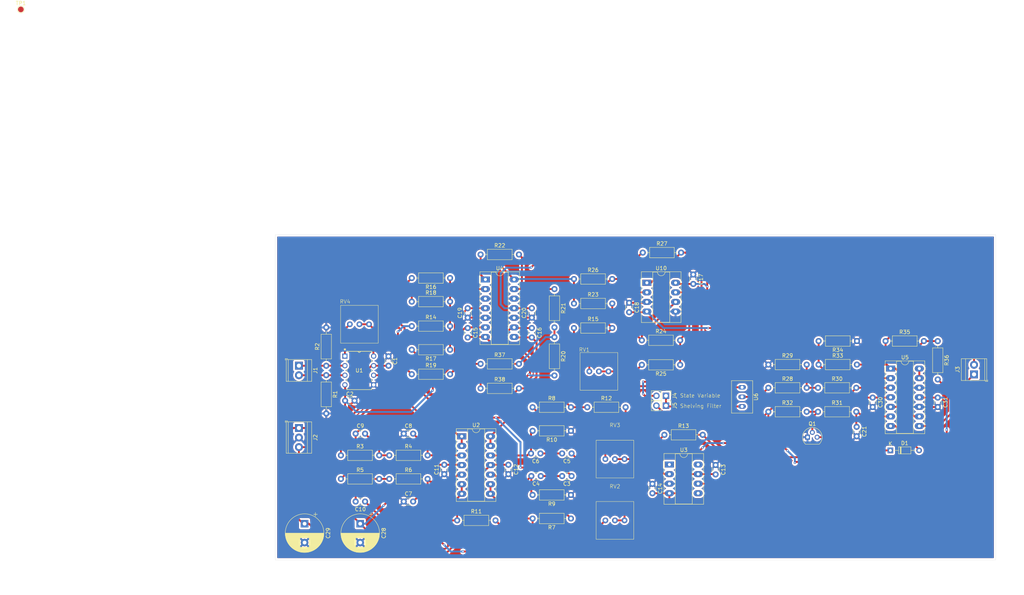
<source format=kicad_pcb>
(kicad_pcb (version 20240108) (generator "pcbnew") (generator_version "8.0")
  (layers (0 "F.Cu" signal) (31 "B.Cu" signal) (34 "B.Paste" user) (35 "F.Paste" user) (36 "B.SilkS" user "B.Silkscreen") (37 "F.SilkS" user "F.Silkscreen") (38 "B.Mask" user) (39 "F.Mask" user) (44 "Edge.Cuts" user))
  (net 0 "")
  (net 1 "+15V")
  (net 2 "GND")
  (net 3 "-15V")
  (net 4 "Net-(C3-Pad2)")
  (net 5 "/Mic Amp/Mic_Amp_Out")
  (net 6 "Net-(U2C-+)")
  (net 7 "Net-(U2C--)")
  (net 8 "Net-(C5-Pad2)")
  (net 9 "Net-(U2D-+)")
  (net 10 "Net-(U2B-+)")
  (net 11 "Net-(U2A-+)")
  (net 12 "Net-(U2A--)")
  (net 13 "Net-(C9-Pad2)")
  (net 14 "Net-(U2B--)")
  (net 15 "Net-(C10-Pad2)")
  (net 16 "Net-(U4B--)")
  (net 17 "Net-(C15-Pad2)")
  (net 18 "Net-(C16-Pad2)")
  (net 19 "Net-(U4C--)")
  (net 20 "Net-(D1-K)")
  (net 21 "Net-(D1-A)")
  (net 22 "/Mic Amp/Mic_Amp_in-")
  (net 23 "/Mic Amp/Mic_Amp_in+")
  (net 24 "/Peak Limiter/Peak_Limit_Out-")
  (net 25 "/Peak Limiter/Peak_Limit_Out+")
  (net 26 "/State Variable/State_Variable_Out")
  (net 27 "Net-(Q1-G)")
  (net 28 "Net-(Q1-S)")
  (net 29 "Net-(U2D--)")
  (net 30 "Net-(U3A--)")
  (net 31 "Net-(U4A--)")
  (net 32 "Net-(R16-Pad2)")
  (net 33 "Net-(R18-Pad1)")
  (net 34 "Net-(U4D--)")
  (net 35 "Net-(R24-Pad2)")
  (net 36 "Net-(R28-Pad2)")
  (net 37 "/Peak Limiter/Peak_Limit_in")
  (net 38 "Net-(R11-Pad2)")
  (net 39 "Net-(R12-Pad2)")
  (net 43 "Net-(R25-Pad2)")
  (net 44 "Net-(RV4-Pad1)")
  (net 45 "Net-(U10A--)")
  (net 46 "Net-(U10B--)")
  (net 47 "Net-(RV4-Pad2)")
  (net 48 "Net-(U5A--)")
  (net 49 "Net-(U5C--)")
  (net 50 "Net-(U5D--)")
  (net 51 "/Shelving Filter/Shelving_Filter_Out")
  (net 52 "Net-(J4-Pin_1)")
  (footprint "TestPoint:TestPoint_Pad_D1.5mm" (layer "F.Cu") (at 1.275 1.275)
    (property "Reference" "TP1")
    (property "Value" "TestPoint_Flag")
  )
  (footprint "Package_TO_SOT_THT:TO-92" (layer "F.Cu") (at 209.855 114.695)
    (property "Reference" "Q1")
    (property "Value" "2N3819")
  )
  (footprint "Capacitor_THT:C_Disc_D3.0mm_W1.6mm_P2.50mm" (layer "F.Cu") (at 168.73 127.06 -90)
    (property "Reference" "C14")
    (property "Value" "Cdec15")
  )
  (footprint "Resistor_THT:R_Axial_DIN0207_L6.3mm_D2.5mm_P10.16mm_Horizontal" (layer "F.Cu") (at 147.92 72.75)
    (property "Reference" "R26")
    (property "Value" "R_filt-a_7")
  )
  (footprint "Resistor_THT:R_Axial_DIN0207_L6.3mm_D2.5mm_P10.16mm_Horizontal" (layer "F.Cu") (at 199.465 95.445)
    (property "Reference" "R29")
    (property "Value" "Rin5")
  )
  (footprint "Resistor_THT:R_Axial_DIN0207_L6.3mm_D2.5mm_P10.16mm_Horizontal" (layer "F.Cu") (at 199.465 107.945)
    (property "Reference" "R32")
    (property "Value" "Rin7")
  )
  (footprint "Capacitor_THT:C_Disc_D3.0mm_W1.6mm_P2.50mm" (layer "F.Cu") (at 92.54 131.75 180)
    (property "Reference" "C10")
    (property "Value" "C_filt-b_3")
  )
  (footprint "Resistor_THT:R_Axial_DIN0207_L6.3mm_D2.5mm_P10.16mm_Horizontal" (layer "F.Cu") (at 82.25 98.25 -90)
    (property "Reference" "R1")
    (property "Value" "Rin+")
  )
  (footprint "Capacitor_THT:C_Disc_D3.0mm_W1.6mm_P2.50mm" (layer "F.Cu") (at 147.29 125 180)
    (property "Reference" "C3")
    (property "Value" "C_filt-b_5")
  )
  (footprint "Resistor_THT:R_Axial_DIN0207_L6.3mm_D2.5mm_P10.16mm_Horizontal" (layer "F.Cu") (at 147.12 130 180)
    (property "Reference" "R9")
    (property "Value" "R_filt-b_6")
  )
  (footprint "Resistor_THT:R_Axial_DIN0207_L6.3mm_D2.5mm_P10.16mm_Horizontal" (layer "F.Cu") (at 176.08 95.5 180)
    (property "Reference" "R25")
    (property "Value" "R_filt-a_boost")
  )
  (footprint "Capacitor_THT:C_Disc_D3.0mm_W1.6mm_P2.50mm" (layer "F.Cu") (at 90.04 113.75)
    (property "Reference" "C9")
    (property "Value" "C_filt-b_1")
  )
  (footprint "Capacitor_THT:C_Disc_D3.0mm_W1.6mm_P2.50mm" (layer "F.Cu") (at 113.54 124.5 90)
    (property "Reference" "C11")
    (property "Value" "Cdec13")
  )
  (footprint "Resistor_THT:R_Axial_DIN0207_L6.3mm_D2.5mm_P10.16mm_Horizontal" (layer "F.Cu") (at 151.46 106.75)
    (property "Reference" "R12")
    (property "Value" "R_filt-b_treble")
  )
  (footprint "Resistor_THT:R_Axial_DIN0207_L6.3mm_D2.5mm_P10.16mm_Horizontal" (layer "F.Cu") (at 142.75 88.17 -90)
    (property "Reference" "R20")
    (property "Value" "R_filt-a_f2")
  )
  (footprint "Custom_parts:800CSP1B6M2QE" (layer "F.Cu") (at 192.5 104 90)
    (property "Reference" "U6")
    (property "Value" "~" (hide yes))
  )
  (footprint "Resistor_THT:R_Axial_DIN0207_L6.3mm_D2.5mm_P10.16mm_Horizontal" (layer "F.Cu") (at 166.17 65.75)
    (property "Reference" "R27")
    (property "Value" "R_filt-a_f")
  )
  (footprint "Connector_PinHeader_2.54mm:PinHeader_1x02_P2.54mm_Vertical" (layer "F.Cu") (at 172.325 106.325 -90)
    (property "Reference" "J5")
    (property "Value" "~")
  )
  (footprint "Resistor_THT:R_Axial_DIN0207_L6.3mm_D2.5mm_P10.16mm_Horizontal" (layer "F.Cu") (at 115.08 91.5 180)
    (property "Reference" "R17")
    (property "Value" "R_filt-a_2")
  )
  (footprint "Resistor_THT:R_Axial_DIN0207_L6.3mm_D2.5mm_P10.16mm_Horizontal" (layer "F.Cu") (at 104.92 98)
    (property "Reference" "R19")
    (property "Value" "R_filt-a_f1")
  )
  (footprint "Resistor_THT:R_Axial_DIN0207_L6.3mm_D2.5mm_P10.16mm_Horizontal" (layer "F.Cu") (at 212.625 101.595)
    (property "Reference" "R30")
    (property "Value" "Rin6")
  )
  (footprint "Capacitor_THT:C_Disc_D3.0mm_W1.6mm_P2.50mm" (layer "F.Cu") (at 119.75 85.75 -90)
    (property "Reference" "C15")
    (property "Value" "C_filt-a_1")
  )
  (footprint "Resistor_THT:R_Axial_DIN0207_L6.3mm_D2.5mm_P10.16mm_Horizontal" (layer "F.Cu") (at 147.92 79.25)
    (property "Reference" "R23")
    (property "Value" "R_filt-a_5")
  )
  (footprint "Custom_parts:Trim Pot" (layer "F.Cu") (at 158.79 136.75)
    (property "Reference" "RV2")
    (property "Value" "R_Potentiometer")
  )
  (footprint "Capacitor_THT:C_Disc_D3.0mm_W1.6mm_P2.50mm" (layer "F.Cu") (at 244.375 104.195 -90)
    (property "Reference" "C31")
    (property "Value" "Cdec5")
  )
  (footprint "Capacitor_THT:CP_Radial_D10.0mm_P5.00mm" (layer "F.Cu") (at 76.5 137.632323 -90)
    (property "Reference" "C29")
    (property "Value" "Cin2")
  )
  (footprint "Resistor_THT:R_Axial_DIN0207_L6.3mm_D2.5mm_P10.16mm_Horizontal" (layer "F.Cu") (at 123.17 101.75)
    (property "Reference" "R38")
    (property "Value" "R_filt-a_fb4")
  )
  (footprint "Package_DIP:CERDIP-14_W7.62mm_SideBrazed_LongPads_Socket" (layer "F.Cu") (at 118.17 114.46)
    (property "Reference" "U2")
    (property "Value" "TL084")
  )
  (footprint "Capacitor_THT:C_Disc_D3.0mm_W1.6mm_P2.50mm" (layer "F.Cu") (at 222.875 111.945 -90)
    (property "Reference" "C21")
    (property "Value" "Climit1")
  )
  (footprint "Resistor_THT:R_Axial_DIN0207_L6.3mm_D2.5mm_P10.16mm_Horizontal" (layer "F.Cu") (at 115.08 72.5 180)
    (property "Reference" "R16")
    (property "Value" "R_filt-a_3")
  )
  (footprint "Resistor_THT:R_Axial_DIN0207_L6.3mm_D2.5mm_P10.16mm_Horizontal" (layer "F.Cu") (at 212.775 95.445)
    (property "Reference" "R33")
    (property "Value" "Rin10")
  )
  (footprint "Resistor_THT:R_Axial_DIN0207_L6.3mm_D2.5mm_P10.16mm_Horizontal" (layer "F.Cu") (at 82.25 95.75 90)
    (property "Reference" "R2")
    (property "Value" "Rin-")
  )
  (footprint "INA128:P8" (layer "F.Cu") (at 94.81 100.81)
    (property "Reference" "U1")
    (property "Value" "INA128")
  )
  (footprint "Capacitor_THT:C_Disc_D3.0mm_W1.6mm_P2.50mm" (layer "F.Cu") (at 162.56 79.06 -90)
    (property "Reference" "C18")
    (property "Value" "Cdec11")
  )
  (footprint "Resistor_THT:R_Axial_DIN0207_L6.3mm_D2.5mm_P10.16mm_Horizontal" (layer "F.Cu") (at 98.96 119.5)
    (property "Reference" "R4")
    (property "Value" "R_filt-b_2")
  )
  (footprint "Custom_parts:Trim Pot" (layer "F.Cu") (at 91.04 84.75)
    (property "Reference" "RV4")
    (property "Value" "R_Potentiometer")
  )
  (footprint "Capacitor_THT:C_Disc_D3.0mm_W1.6mm_P2.50mm" (layer "F.Cu") (at 98.75 95.75 90)
    (property "Reference" "C1")
    (property "Value" "Cdec1")
  )
  (footprint "Resistor_THT:R_Axial_DIN0207_L6.3mm_D2.5mm_P10.16mm_Horizontal" (layer "F.Cu") (at 212.625 107.945)
    (property "Reference" "R31")
    (property "Value" "Rin8")
  )
  (footprint "Resistor_THT:R_Axial_DIN0207_L6.3mm_D2.5mm_P10.16mm_Horizontal" (layer "F.Cu") (at 244.375 89.215 -90)
    (property "Reference" "R36")
    (property "Value" "Rin12")
  )
  (footprint "Capacitor_THT:C_Disc_D3.0mm_W1.6mm_P2.50mm" (layer "F.Cu") (at 102.79 113.75)
    (property "Reference" "C8")
    (property "Value" "C_filt-b_2")
  )
  (footprint "Package_DIP:CERDIP-14_W7.62mm_SideBrazed_LongPads_Socket" (layer "F.Cu") (at 124.44 72.88)
    (property "Reference" "U4")
    (property "Value" "TL084")
  )
  (footprint "Capacitor_THT:C_Disc_D3.0mm_W1.6mm_P2.50mm" (layer "F.Cu") (at 102.79 131.75)
    (property "Reference" "C7")
    (property "Value" "C_filt-b_4")
  )
  (footprint "Resistor_THT:R_Axial_DIN0207_L6.3mm_D2.5mm_P10.16mm_Horizontal" (layer "F.Cu") (at 147.12 113 180)
    (property "Reference" "R10")
    (property "Value" "R_filt-b_8")
  )
  (footprint "Capacitor_THT:C_Disc_D3.0mm_W1.6mm_P2.50mm" (layer "F.Cu") (at 119.75 83 90)
    (property "Reference" "C19")
    (property "Value" "Cdec9")
  )
  (footprint "Custom_parts:Trim Pot" (layer "F.Cu") (at 154.54 97.25)
    (property "Reference" "RV1")
    (property "Value" "R_Potentiometer")
  )
  (footprint "Resistor_THT:R_Axial_DIN0207_L6.3mm_D2.5mm_P10.16mm_Horizontal" (layer "F.Cu") (at 123.17 66.25)
    (property "Reference" "R22")
    (property "Value" "R_filt-a_B")
  )
  (footprint "TerminalBlock_TE-Connectivity:TerminalBlock_TE_282834-2_1x02_P2.54mm_Horizontal" (layer "F.Cu") (at 254 98.04 90)
    (property "Reference" "J3")
    (property "Value" "Screw_Terminal_01x02")
  )
  (footprint "Package_DIP:CERDIP-14_W7.62mm_SideBrazed_LongPads_Socket" (layer "F.Cu") (at 231.875 96.495)
    (property "Reference" "U5")
    (property "Value" "TL084")
  )
  (footprint "Custom_parts:Trim Pot" (layer "F.Cu") (at 158.79 120.5)
    (property "Reference" "RV3")
    (property "Value" "R_Potentiometer")
  )
  (footprint "Capacitor_THT:C_Disc_D3.0mm_W1.6mm_P2.50mm" (layer "F.Cu") (at 139.12 125 180)
    (property "Reference" "C4")
    (property "Value" "C_filt-b_6")
  )
  (footprint "Resistor_THT:R_Axial_DIN0207_L6.3mm_D2.5mm_P10.16mm_Horizontal" (layer "F.Cu") (at 165.92 89)
    (property "Reference" "R24")
    (property "Value" "R_filt-a_6")
  )
  (footprint "Package_DIP:CERDIP-8_W7.62mm_SideBrazed_LongPads_Socket" (layer "F.Cu") (at 167.25 73.75)
    (property "Reference" "U10")
    (property "Value" "TL082")
  )
  (footprint "Resistor_THT:R_Axial_DIN0207_L6.3mm_D2.5mm_P10.16mm_Horizontal" (layer "F.Cu") (at 123.17 95.25)
    (property "Reference" "R37")
    (property "Value" "R_filt-a_fb3")
  )
  (footprint "Capacitor_THT:C_Disc_D3.0mm_W1.6mm_P2.50mm" (layer "F.Cu") (at 147.29 119 180)
    (property "Reference" "C5")
    (property "Value" "C_filt-b_7")
  )
  (footprint "TerminalBlock_TE-Connectivity:TerminalBlock_TE_282834-2_1x02_P2.54mm_Horizontal" (layer "F.Cu") (at 75 95.73 -90)
    (property "Reference" "J1")
    (property "Value" "Screw_Terminal_01x02")
  )
  (footprint "Resistor_THT:R_Axial_DIN0207_L6.3mm_D2.5mm_P10.16mm_Horizontal" (layer "F.Cu") (at 147.92 85.75)
    (property "Reference" "R15")
    (property "Value" "R_filt-a_8")
  )
  (footprint "Resistor_THT:R_Axial_DIN0207_L6.3mm_D2.5mm_P10.16mm_Horizontal" (layer "F.Cu") (at 104.92 78.75)
    (property "Reference" "R18")
    (property "Value" "R_filt-a_4")
  )
  (footprint "Resistor_THT:R_Axial_DIN0207_L6.3mm_D2.5mm_P10.16mm_Horizontal" (layer "F.Cu") (at 222.955 89.195 180)
    (property "Reference" "R34")
    (property "Value" "Rin9")
  )
  (footprint "Resistor_THT:R_Axial_DIN0207_L6.3mm_D2.5mm_P10.16mm_Horizontal" (layer "F.Cu") (at 104.92 85.25)
    (property "Reference" "R14")
    (property "Value" "R_filt-a_1")
  )
  (footprint "Capacitor_THT:C_Disc_D3.0mm_W1.6mm_P2.50mm" (layer "F.Cu") (at 87.25 105)
    (property "Reference" "C2")
    (property "Value" "Cdec2")
  )
  (footprint "Capacitor_THT:C_Disc_D3.0mm_W1.6mm_P2.50mm" (layer "F.Cu") (at 185.48 122.06 -90)
    (property "Reference" "C13")
    (property "Value" "Cdec16")
  )
  (footprint "Capacitor_THT:C_Disc_D3.0mm_W1.6mm_P2.50mm" (layer "F.Cu") (at 136.75 85.75 -90)
    (property "Reference" "C16")
    (property "Value" "C_filt-a_2")
  )
  (footprint "Resistor_THT:R_Axial_DIN0207_L6.3mm_D2.5mm_P10.16mm_Horizontal" (layer "F.Cu") (at 142.75 75.42 -90)
    (property "Reference" "R21")
    (property "Value" "R_filt-a_A")
  )
  (footprint "Capacitor_THT:CP_Radial_D10.0mm_P5.00mm" (layer "F.Cu") (at 91.25 137.632323 -90)
    (property "Reference" "C28")
    (property "Value" "Cin1")
  )
  (footprint "Capacitor_THT:C_Disc_D3.0mm_W1.6mm_P2.50mm" (layer "F.Cu") (at 136.75 83 90)
    (property "Reference" "C20")
    (property "Value" "Cdec10")
  )
  (footprint "Package_DIP:CERDIP-8_W7.62mm_SideBrazed_LongPads_Socket" (layer "F.Cu") (at 173.23 121.94)
    (property "Reference" "U3")
    (property "Value" "TL081")
  )
  (footprint "Capacitor_THT:C_Disc_D3.0mm_W1.6mm_P2.50mm" (layer "F.Cu") (at 179.56 71.56 -90)
    (property "Reference" "C17")
    (property "Value" "Cdec12")
  )
  (footprint "Resistor_THT:R_Axial_DIN0207_L6.3mm_D2.5mm_P10.16mm_Horizontal" (layer "F.Cu") (at 171.9 114.06)
    (property "Reference" "R13")
    (property "Value" "R_filt-b_f")
  )
  (footprint "Resistor_THT:R_Axial_DIN0207_L6.3mm_D2.5mm_P10.16mm_Horizontal" (layer "F.Cu") (at 86.13 125.75)
    (property "Reference" "R5")
    (property "Value" "R_filt-b_3")
  )
  (footprint "Resistor_THT:R_Axial_DIN0207_L6.3mm_D2.5mm_P10.16mm_Horizontal" (layer "F.Cu") (at 86.13 119.5)
    (property "Reference" "R3")
    (property "Value" "R_filt-b_1")
  )
  (footprint "Resistor_THT:R_Axial_DIN0207_L6.3mm_D2.5mm_P10.16mm_Horizontal" (layer "F.Cu") (at 98.96 125.75)
    (property "Reference" "R6")
    (property "Value" "R_filt-b_4")
  )
  (footprint "Resistor_THT:R_Axial_DIN0207_L6.3mm_D2.5mm_P10.16mm_Horizontal" (layer "F.Cu") (at 199.465 101.595)
    (property "Reference" "R28")
    (property "Value" "Rin4")
  )
  (footprint "Diode_THT:D_DO-34_SOD68_P7.62mm_Horizontal" (layer "F.Cu") (at 231.81 118.195)
    (property "Reference" "D1")
    (property "Value" "D")
  )
  (footprint "Connector_PinHeader_2.54mm:PinHeader_1x02_P2.54mm_Vertical" (layer "F.Cu") (at 172.325 103.725 -90)
    (property "Reference" "J4")
    (property "Value" "~")
  )
  (footprint "Resistor_THT:R_Axial_DIN0207_L6.3mm_D2.5mm_P10.16mm_Horizontal" (layer "F.Cu") (at 230.545 89.195)
    (property "Reference" "R35")
    (property "Value" "Rin11")
  )
  (footprint "TerminalBlock_TE-Connectivity:TerminalBlock_TE_282834-3_1x03_P2.54mm_Horizontal" (layer "F.Cu") (at 75 112.25 -90)
    (property "Reference" "J2")
    (property "Value" "Screw_Terminal_01x03")
  )
  (footprint "Resistor_THT:R_Axial_DIN0207_L6.3mm_D2.5mm_P10.16mm_Horizontal" (layer "F.Cu") (at 136.96 106.75)
    (property "Reference" "R8")
    (property "Value" "R_filt-b_7")
  )
  (footprint "Capacitor_THT:C_Disc_D3.0mm_W1.6mm_P2.50mm" (layer "F.Cu") (at 130.54 122 -90)
    (property "Reference" "C12")
    (property "Value" "Cdec14")
  )
  (footprint "Resistor_THT:R_Axial_DIN0207_L6.3mm_D2.5mm_P10.16mm_Horizontal" (layer "F.Cu") (at 147.12 136.25 180)
    (property "Reference" "R7")
    (property "Value" "R_filt-b_5")
  )
  (footprint "Capacitor_THT:C_Disc_D3.0mm_W1.6mm_P2.50mm" (layer "F.Cu") (at 139.04 119 180)
    (property "Reference" "C6")
    (property "Value" "C_filt-b_8")
  )
  (footprint "Capacitor_THT:C_Disc_D3.0mm_W1.6mm_P2.50mm" (layer "F.Cu") (at 227.125 104.195 -90)
    (property "Reference" "C30")
    (property "Value" "Cdec6")
  )
  (footprint "Resistor_THT:R_Axial_DIN0207_L6.3mm_D2.5mm_P10.16mm_Horizontal" (layer "F.Cu") (at 116.96 136.75)
    (property "Reference" "R11")
    (property "Value" "R_filt-b_bass")
  )
  (gr_rect (start 68.75 61) (end 259.75 147.25) (stroke (width 0.05)) (fill none) (layer "Edge.Cuts"))
  (gr_text "State Variable" (at 176 104.25 0) (layer "F.SilkS") (effects (font (size 1 1) (thickness 0.1)) (justify left bottom)))
  (gr_text "Shelving Filter" (at 176 107 0) (layer "F.SilkS") (effects (font (size 1 1) (thickness 0.1)) (justify left bottom)))
  (segment (start 92 98) (end 92 106) (width 0.5) (layer "F.Cu") (net 1))
  (segment (start 177.5 139.5) (end 177 139.5) (width 0.5) (layer "F.Cu") (net 1))
  (segment (start 98.75 95.75) (end 94.83 95.75) (width 0.5) (layer "F.Cu") (net 1))
  (segment (start 94.83 95.75) (end 94.81 95.73) (width 0.5) (layer "F.Cu") (net 1))
  (segment (start 75 117.33) (end 75 121.382323) (width 0.5) (layer "F.Cu") (net 1))
  (segment (start 118.09 122) (end 118.17 122.08) (width 0.5) (layer "F.Cu") (net 1))
  (segment (start 183.25 79.5) (end 187.5 83.75) (width 0.5) (layer "F.Cu") (net 1))
  (segment (start 179.56 74.06) (end 175.18 74.06) (width 0.5) (layer "F.Cu") (net 1))
  (segment (start 113.54 122) (end 118.09 122) (width 0.5) (layer "F.Cu") (net 1))
  (segment (start 198.5 83.75) (end 206 91.25) (width 0.5) (layer "F.Cu") (net 1))
  (segment (start 209.494975 119.994975) (end 210.23995 119.25) (width 0.5) (layer "F.Cu") (net 1))
  (segment (start 197.255025 119.994975) (end 209.494975 119.994975) (width 0.5) (layer "F.Cu") (net 1))
  (segment (start 231.795 104.195) (end 227.125 104.195) (width 0.5) (layer "F.Cu") (net 1))
  (segment (start 180.85 124.48) (end 185.4 124.48) (width 0.5) (layer "F.Cu") (net 1))
  (segment (start 75 121.382323) (end 91.25 137.632323) (width 0.5) (layer "F.Cu") (net 1))
  (segment (start 180.85 124.48) (end 178.77 124.48) (width 0.5) (layer "F.Cu") (net 1))
  (segment (start 231.875 104.115) (end 231.795 104.195) (width 0.5) (layer "F.Cu") (net 1))
  (segment (start 210.23995 119.25) (end 213.5 119.25) (width 0.5) (layer "F.Cu") (net 1))
  (segment (start 183.25 67.5) (end 183.25 74.75) (width 0.5) (layer "F.Cu") (net 1))
  (segment (start 142.75 63.5) (end 179.25 63.5) (width 0.5) (layer "F.Cu") (net 1))
  (segment (start 171.5 145) (end 118.5 145) (width 0.5) (layer "F.Cu") (net 1))
  (segment (start 94.27 95.73) (end 92 98) (width 0.5) (layer "F.Cu") (net 1))
  (segment (start 177 139.5) (end 171.5 145) (width 0.5) (layer "F.Cu") (net 1))
  (segment (start 187.5 83.75) (end 198.5 83.75) (width 0.5) (layer "F.Cu") (net 1))
  (segment (start 183.25 74.75) (end 183.25 79.5) (width 0.5) (layer "F.Cu") (net 1))
  (segment (start 108.25 122) (end 113.54 122) (width 0.5) (layer "F.Cu") (net 1))
  (segment (start 177.75 139.5) (end 197.255025 119.994975) (width 0.5) (layer "F.Cu") (net 1))
  (segment (start 178 125.25) (end 178 139) (width 0.5) (layer "F.Cu") (net 1))
  (segment (start 109.75 139.5) (end 93.117677 139.5) (width 0.5) (layer "F.Cu") (net 1))
  (segment (start 136.625 69.625) (end 142.75 63.5) (width 0.5) (layer "F.Cu") (net 1))
  (segment (start 94.81 95.73) (end 94.27 95.73) (width 0.5) (layer "F.Cu") (net 1))
  (segment (start 213.5 119.25) (end 220 112.75) (width 0.5) (layer "F.Cu") (net 1))
  (segment (start 92 106) (end 80.67 117.33) (width 0.5) (layer "F.Cu") (net 1))
  (segment (start 178 139) (end 177.5 139.5) (width 0.5) (layer "F.Cu") (net 1))
  (segment (start 206 91.25) (end 206 116.5) (width 0.5) (layer "F.Cu") (net 1))
  (segment (start 220 112.75) (end 220 107) (width 0.5) (layer "F.Cu") (net 1))
  (segment (start 113.5 143.25) (end 109.75 139.5) (width 0.5) (layer "F.Cu") (net 1))
  (segment (start 136.75 80.5) (end 132.06 80.5) (width 0.5) (layer "F.Cu") (net 1))
  (segment (start 80.67 117.33) (end 75 117.33) (width 0.5) (layer "F.Cu") (net 1))
  (segment (start 177 139.5) (end 177.75 139.5) (width 0.5) (layer "F.Cu") (net 1))
  (segment (start 206 116.5) (end 209.494975 119.994975) (width 0.5) (layer "F.Cu") (net 1))
  (segment (start 97.5 132.75) (end 108.25 122) (width 0.5) (layer "F.Cu") (net 1))
  (segment (start 222.805 104.195) (end 227.125 104.195) (width 0.5) (layer "F.Cu") (net 1))
  (segment (start 178.77 124.48) (end 178 125.25) (width 0.5) (layer "F.Cu") (net 1))
  (segment (start 220 107) (end 222.805 104.195) (width 0.5) (layer "F.Cu") (net 1))
  (segment (start 175.06 73.56) (end 174.87 73.75) (width 0.5) (layer "F.Cu") (net 1))
  (segment (start 175.18 74.06) (end 174.87 73.75) (width 0.5) (layer "F.Cu") (net 1))
  (segment (start 179.25 63.5) (end 183.25 67.5) (width 0.5) (layer "F.Cu") (net 1))
  (segment (start 93.117677 139.5) (end 91.25 137.632323) (width 0.5) (layer "F.Cu") (net 1))
  (via (at 183.25 74.75) (size 0.6) (drill 0.3) (layers "F.Cu" "B.Cu") (net 1))
  (via (at 97.5 132.75) (size 0.6) (drill 0.3) (layers "F.Cu" "B.Cu") (net 1))
  (via (at 136.625 69.625) (size 0.6) (drill 0.3) (layers "F.Cu" "B.Cu") (net 1))
  (via (at 113.5 143.25) (size 0.6) (drill 0.3) (layers "F.Cu" "B.Cu") (net 1))
  (via (at 118.5 145) (size 0.6) (drill 0.3) (layers "F.Cu" "B.Cu") (net 1))
  (segment (start 136.5 69.75) (end 130 69.75) (width 0.5) (layer "B.Cu") (net 1))
  (segment (start 91.25 137.632323) (end 92.617677 137.632323) (width 0.5) (layer "B.Cu") (net 1))
  (segment (start 118.5 145) (end 115.25 145) (width 0.5) (layer "B.Cu") (net 1))
  (segment (start 179.56 74.06) (end 182.56 74.06) (width 0.5) (layer "B.Cu") (net 1))
  (segment (start 92.617677 137.632323) (end 97.5 132.75) (width 0.5) (layer "B.Cu") (net 1))
  (segment (start 128.5 71.25) (end 128.5 79.5) (width 0.5) (layer "B.Cu") (net 1))
  (segment (start 130 69.75) (end 128.5 71.25) (width 0.5) (layer "B.Cu") (net 1))
  (segment (start 128.5 79.5) (end 129.5 80.5) (width 0.5) (layer "B.Cu") (net 1))
  (segment (start 182.56 74.06) (end 183.25 74.75) (width 0.5) (layer "B.Cu") (net 1))
  (segment (start 129.5 80.5) (end 132.06 80.5) (width 0.5) (layer "B.Cu") (net 1))
  (segment (start 115.25 145) (end 113.5 143.25) (width 0.5) (layer "B.Cu") (net 1))
  (segment (start 136.625 69.625) (end 136.5 69.75) (width 0.5) (layer "B.Cu") (net 1))
  (segment (start 239.495 106.655) (end 239.535 106.695) (width 0.5) (layer "F.Cu") (net 2))
  (segment (start 136.75 83) (end 132.1 83) (width 0.5) (layer "F.Cu") (net 2))
  (segment (start 132.1 83) (end 132.06 83.04) (width 0.5) (layer "F.Cu") (net 2))
  (segment (start 119.75 83) (end 124.4 83) (width 0.5) (layer "F.Cu") (net 2))
  (segment (start 167.02 79.06) (end 167.25 78.83) (width 0.5) (layer "F.Cu") (net 2))
  (segment (start 162.56 79.06) (end 167.02 79.06) (width 0.5) (layer "F.Cu") (net 2))
  (segment (start 124.4 83) (end 124.44 83.04) (width 0.5) (layer "F.Cu") (net 2))
  (segment (start 239.535 106.695) (end 244.375 106.695) (width 0.5) (layer "F.Cu") (net 2))
  (segment (start 206.75 121.25) (end 241 121.25) (width 0.5) (layer "F.Cu") (net 3))
  (segment (start 116.33 83.92) (end 116.33 94.982233) (width 0.5) (layer "F.Cu") (net 3))
  (segment (start 173.23 129.56) (end 173.23 131.77) (width 0.5) (layer "F.Cu") (net 3))
  (segment (start 85.25 145.25) (end 114.25 145.25) (width 0.5) (layer "F.Cu") (net 3))
  (segment (start 72 133.5) (end 76.132323 137.632323) (width 0.5) (layer "F.Cu") (net 3))
  (segment (start 82.25 112.25) (end 82.5 112.25) (width 0.5) (layer "F.Cu") (net 3))
  (segment (start 161.75 143.25) (end 116.25 143.25) (width 0.5) (layer "F.Cu") (net 3))
  (segment (start 73.5 112.25) (end 72 113.75) (width 0.5) (layer "F.Cu") (net 3))
  (segment (start 206.5 121.5) (end 206.75 121.25) (width 0.5) (layer "F.Cu") (net 3))
  (segment (start 246.75 115.5) (end 246.75 112.75) (width 0.5) (layer "F.Cu") (net 3))
  (segment (start 162.56 81.56) (end 167.06 81.56) (width 0.5) (layer "F.Cu") (net 3))
  (segment (start 116.25 143.25) (end 115.625 143.875) (width 0.5) (layer "F.Cu") (net 3))
  (segment (start 77.632323 137.632323) (end 85.25 145.25) (width 0.5) (layer "F.Cu") (net 3))
  (segment (start 76.132323 137.632323) (end 76.5 137.632323) (width 0.5) (layer "F.Cu") (net 3))
  (segment (start 203.25 92.25) (end 196.75 85.75) (width 0.5) (layer "F.Cu") (net 3))
  (segment (start 125.87 122) (end 125.79 122.08) (width 0.5) (layer "F.Cu") (net 3))
  (segment (start 173.23 131.77) (end 161.75 143.25) (width 0.5) (layer "F.Cu") (net 3))
  (segment (start 75 112.25) (end 82.25 112.25) (width 0.5) (layer "F.Cu") (net 3))
  (segment (start 187.5 116.25) (end 191.16 116.25) (width 0.5) (layer "F.Cu") (net 3))
  (segment (start 241 121.25) (end 246.75 115.5) (width 0.5) (layer "F.Cu") (net 3))
  (segment (start 239.495 104.115) (end 239.575 104.195) (width 0.5) (layer "F.Cu") (net 3))
  (segment (start 75 112.25) (end 73.5 112.25) (width 0.5) (layer "F.Cu") (net 3))
  (segment (start 196.75 85.75) (end 183.5 85.75) (width 0.5) (layer "F.Cu") (net 3))
  (segment (start 87.25 107.25) (end 87.25 105) (width 0.5) (layer "F.Cu") (net 3))
  (segment (start 82.25 112.25) (end 87.25 107.25) (width 0.5) (layer "F.Cu") (net 3))
  (segment (start 239.575 104.195) (end 244.375 104.195) (width 0.5) (layer "F.Cu") (net 3))
  (segment (start 173.23 129.56) (end 168.73 129.56) (width 0.5) (layer "F.Cu") (net 3))
  (segment (start 167.06 81.56) (end 167.25 81.37) (width 0.5) (layer "F.Cu") (net 3))
  (segment (start 110.5 100.812233) (end 110.5 102.25) (width 0.5) (layer "F.Cu") (net 3))
  (segment (start 119.75 80.5) (end 116.33 83.92) (width 0.5) (layer "F.Cu") (net 3))
  (segment (start 191.16 116.25) (end 199.465 107.945) (width 0.5) (layer "F.Cu") (net 3))
  (segment (start 76.5 137.632323) (end 77.632323 137.632323) (width 0.5) (layer "F.Cu") (net 3))
  (segment (start 121 138.5) (end 121 126.87) (width 0.5) (layer "F.Cu") (net 3))
  (segment (start 130.54 122) (end 125.87 122) (width 0.5) (layer "F.Cu") (net 3))
  (segment (start 114.25 145.25) (end 115.625 143.875) (width 0.5) (layer "F.Cu") (net 3))
  (segment (start 173.23 129.56) (end 174.94 129.56) (width 0.5) (layer "F.Cu") (net 3))
  (segment (start 203.25 104.16) (end 203.25 92.25) (width 0.5) (layer "F.Cu") (net 3))
  (segment (start 116.33 94.982233) (end 110.5 100.812233) (width 0.5) (layer "F.Cu") (net 3))
  (segment (start 174.94 129.56) (end 175.75 128.75) (width 0.5) (layer "F.Cu") (net 3))
  (segment (start 87.25 105) (end 87.25 100.87) (width 0.5) (layer "F.Cu") (net 3))
  (segment (start 124.44 80.5) (end 119.75 80.5) (width 0.5) (layer "F.Cu") (net 3))
  (segment (start 204.5 118.25) (end 199.465 113.215) (width 0.5) (layer "F.Cu") (net 3))
  (segment (start 72 113.75) (end 72 133.5) (width 0.5) (layer "F.Cu") (net 3))
  (segment (start 199.465 113.215) (end 199.465 107.945) (width 0.5) (layer "F.Cu") (net 3))
  (segment (start 87.25 100.87) (end 87.19 100.81) (width 0.5) (layer "F.Cu") (net 3))
  (segment (start 115.625 143.875) (end 121 138.5) (width 0.5) (layer "F.Cu") (net 3))
  (segment (start 175.75 123.75) (end 182 117.5) (width 0.5) (layer "F.Cu") (net 3))
  (segment (start 121 126.87) (end 125.79 122.08) (width 0.5) (layer "F.Cu") (net 3))
  (segment (start 175.75 128.75) (end 175.75 123.75) (width 0.5) (layer "F.Cu") (net 3))
  (segment (start 199.465 107.945) (end 203.25 104.16) (width 0.5) (layer "F.Cu") (net 3))
  (via (at 246.75 112.75) (size 0.6) (drill 0.3) (layers "F.Cu" "B.Cu") (net 3))
  (via (at 187.5 116.25) (size 0.6) (drill 0.3) (layers "F.Cu" "B.Cu") (net 3))
  (via (at 183.5 85.75) (size 0.6) (drill 0.3) (layers "F.Cu" "B.Cu") (net 3))
  (via (at 204.5 118.25) (size 0.6) (drill 0.3) (layers "F.Cu" "B.Cu") (net 3))
  (via (at 110.5 102.25) (size 0.6) (drill 0.3) (layers "F.Cu" "B.Cu") (net 3))
  (via (at 182 117.5) (size 0.6) (drill 0.3) (layers "F.Cu" "B.Cu") (net 3))
  (via (at 206.5 121.5) (size 0.6) (drill 0.3) (layers "F.Cu" "B.Cu") (net 3))
  (segment (start 206.5 121.5) (end 206.5 120.25) (width 0.5) (layer "B.Cu") (net 3))
  (segment (start 171.63 85.75) (end 167.25 81.37) (width 0.5) (layer "B.Cu") (net 3))
  (segment (start 182 117.5) (end 183.25 116.25) (width 0.5) (layer "B.Cu") (net 3))
  (segment (start 110.5 102.25) (end 104.75 108) (width 0.5) (layer "B.Cu") (net 3))
  (segment (start 206.5 120.25) (end 204.5 118.25) (width 0.5) (layer "B.Cu") (net 3))
  (segment (start 90.25 108) (end 87.25 105) (width 0.5) (layer "B.Cu") (net 3))
  (segment (start 246.75 105) (end 246.75 112.75) (width 0.5) (layer "B.Cu") (net 3))
  (segment (start 183.25 116.25) (end 187.5 116.25) (width 0.5) (layer "B.Cu") (net 3))
  (segment (start 183.5 85.75) (end 171.63 85.75) (width 0.5) (layer "B.Cu") (net 3))
  (segment (start 245.945 104.195) (end 246.75 105) (width 0.5) (layer "B.Cu") (net 3))
  (segment (start 244.375 104.195) (end 245.945 104.195) (width 0.5) (layer "B.Cu") (net 3))
  (segment (start 104.75 108) (end 90.25 108) (width 0.5) (layer "B.Cu") (net 3))
  (segment (start 142.04 125) (end 144.79 125) (width 0.5) (layer "F.Cu") (net 4))
  (segment (start 147.12 136.25) (end 142.04 131.17) (width 0.5) (layer "F.Cu") (net 4))
  (segment (start 142.04 131.17) (end 142.04 125) (width 0.5) (layer "F.Cu") (net 4))
  (segment (start 139.12 125) (end 142.04 125) (width 0.5) (layer "F.Cu") (net 4))
  (segment (start 99.5 98.27) (end 99.5 98.75) (width 0.5) (layer "F.Cu") (net 5))
  (segment (start 148 101) (end 147.5 100.5) (width 0.5) (layer "F.Cu") (net 5))
  (segment (start 108 109.5) (end 127.25 109.5) (width 0.5) (layer "F.Cu") (net 5))
  (segment (start 99.02 98.27) (end 99.5 98.75) (width 0.5) (layer "F.Cu") (net 5))
  (segment (start 180.79 101.46) (end 180.5 101.17) (width 0.5) (layer "F.Cu") (net 5))
  (segment (start 99.5 101) (end 108 109.5) (width 0.5) (layer "F.Cu") (net 5))
  (segment (start 99.73 98.27) (end 99.5 98.27) (width 0.5) (layer "F.Cu") (net 5))
  (segment (start 101.25 96.75) (end 99.73 98.27) (width 0.5) (layer "F.Cu") (net 5))
  (segment (start 99 98.27) (end 94.81 98.27) (width 0.5) (layer "F.Cu") (net 5))
  (segment (start 192.5 101.46) (end 180.79 101.46) (width 0.5) (layer "F.Cu") (net 5))
  (segment (start 99.5 101) (end 86.13 114.37) (width 0.5) (layer "F.Cu") (net 5))
  (segment (start 127.25 109.5) (end 128.75 109.5) (width 0.5) (layer "F.Cu") (net 5))
  (segment (start 147.92 100.08) (end 147.92 85.75) (width 0.5) (layer "F.Cu") (net 5))
  (segment (start 146.625 101.375) (end 147.875 100.125) (width 0.5) (layer "F.Cu") (net 5))
  (segment (start 180.5 101.17) (end 148 101.17) (width 0.5) (layer "F.Cu") (net 5))
  (segment (start 135 103.25) (end 144.75 103.25) (width 0.5) (layer "F.Cu") (net 5))
  (segment (start 146.83 101.17) (end 146.625 101.375) (width 0.5) (layer "F.Cu") (net 5))
  (segment (start 128.75 109.5) (end 135 103.25) (width 0.5) (layer "F.Cu") (net 5))
  (segment (start 144.75 103.25) (end 146.625 101.375) (width 0.5) (layer "F.Cu") (net 5))
  (segment (start 99.5 98.75) (end 99.5 101) (width 0.5) (layer "F.Cu") (net 5))
  (segment (start 86.13 114.37) (end 86.13 119.5) (width 0.5) (layer "F.Cu") (net 5))
  (segment (start 133.75 122.75) (end 145.04 122.75) (width 0.5) (layer "F.Cu") (net 5))
  (segment (start 147.5 101.17) (end 147.5 100.5) (width 0.5) (layer "F.Cu") (net 5))
  (segment (start 147.5 100.5) (end 147.875 100.125) (width 0.5) (layer "F.Cu") (net 5))
  (segment (start 99 98.27) (end 99.02 98.27) (width 0.5) (layer "F.Cu") (net 5))
  (segment (start 99.5 98.27) (end 99 98.27) (width 0.5) (layer "F.Cu") (net 5))
  (segment (start 101.25 86.75) (end 101.25 96.75) (width 0.5) (layer "F.Cu") (net 5))
  (segment (start 148 101.17) (end 147.5 101.17) (width 0.5) (layer "F.Cu") (net 5))
  (segment (start 147.875 100.125) (end 147.92 100.08) (width 0.5) (layer "F.Cu") (net 5))
  (segment (start 145.04 122.75) (end 147.29 125) (width 0.5) (layer "F.Cu") (net 5))
  (segment (start 148 101.17) (end 148 101) (width 0.5) (layer "F.Cu") (net 5))
  (segment (start 147.5 101.17) (end 146.83 101.17) (width 0.5) (layer "F.Cu") (net 5))
  (via (at 127.25 109.5) (size 0.6) (drill 0.3) (layers "F.Cu" "B.Cu") (net 5))
  (via (at 101.25 86.75) (size 0.6) (drill 0.3) (layers "F.Cu" "B.Cu") (net 5))
  (via (at 133.75 122.75) (size 0.6) (drill 0.3) (layers "F.Cu" "B.Cu") (net 5))
  (segment (start 127.25 109.5) (end 133.75 116) (width 0.5) (layer "B.Cu") (net 5))
  (segment (start 133.75 116) (end 133.75 122.75) (width 0.5) (layer "B.Cu") (net 5))
  (segment (start 102.75 85.25) (end 104.92 85.25) (width 0.5) (layer "B.Cu") (net 5))
  (segment (start 101.25 86.75) (end 102.75 85.25) (width 0.5) (layer "B.Cu") (net 5))
  (segment (start 126.85 124.62) (end 125.79 124.62) (width 0.5) (layer "F.Cu") (net 6))
  (segment (start 136.62 125) (end 136.62 129.66) (width 0.5) (layer "F.Cu") (net 6))
  (segment (start 128.73 126.5) (end 126.85 124.62) (width 0.5) (layer "F.Cu") (net 6))
  (segment (start 136.62 125) (end 135.12 126.5) (width 0.5) (layer "F.Cu") (net 6))
  (segment (start 135.12 126.5) (end 128.73 126.5) (width 0.5) (layer "F.Cu") (net 6))
  (segment (start 136.62 129.66) (end 136.96 130) (width 0.5) (layer "F.Cu") (net 6))
  (segment (start 125.79 127.16) (end 125.79 129.7) (width 0.5) (layer "F.Cu") (net 7))
  (segment (start 132.34 136.25) (end 125.79 129.7) (width 0.5) (layer "F.Cu") (net 7))
  (segment (start 150.04 138) (end 150.04 121.75) (width 0.5) (layer "F.Cu") (net 7))
  (segment (start 150.04 121.75) (end 147.29 119) (width 0.5) (layer "F.Cu") (net 7))
  (segment (start 138.29 139.5) (end 148.54 139.5) (width 0.5) (layer "F.Cu") (net 7))
  (segment (start 136.96 136.25) (end 132.34 136.25) (width 0.5) (layer "F.Cu") (net 7))
  (segment (start 136.96 136.25) (end 136.96 138.17) (width 0.5) (layer "F.Cu") (net 7))
  (segment (start 148.54 139.5) (end 150.04 138) (width 0.5) (layer "F.Cu") (net 7))
  (segment (start 136.96 138.17) (end 138.29 139.5) (width 0.5) (layer "F.Cu") (net 7))
  (segment (start 141.75 111.54) (end 141.75 119) (width 0.5) (layer "F.Cu") (net 8))
  (segment (start 141.79 119) (end 144.79 119) (width 0.5) (layer "F.Cu") (net 8))
  (segment (start 139.04 119) (end 141.75 119) (width 0.5) (layer "F.Cu") (net 8))
  (segment (start 136.96 106.75) (end 141.75 111.54) (width 0.5) (layer "F.Cu") (net 8))
  (segment (start 141.75 119) (end 141.79 119) (width 0.5) (layer "F.Cu") (net 8))
  (segment (start 136.54 113.42) (end 136.96 113) (width 0.5) (layer "F.Cu") (net 9))
  (segment (start 135.5 119.54) (end 125.79 119.54) (width 0.5) (layer "F.Cu") (net 9))
  (segment (start 136.54 119) (end 136.04 119) (width 0.5) (layer "F.Cu") (net 9))
  (segment (start 136.04 119) (end 135.5 119.54) (width 0.5) (layer "F.Cu") (net 9))
  (segment (start 136.54 119) (end 136.54 113.42) (width 0.5) (layer "F.Cu") (net 9))
  (segment (start 109.12 127.92) (end 109.12 125.75) (width 0.5) (layer "F.Cu") (net 10))
  (segment (start 117.17 124.62) (end 115.29 126.5) (width 0.5) (layer "F.Cu") (net 10))
  (segment (start 115.29 126.5) (end 109.79 126.5) (width 0.5) (layer "F.Cu") (net 10))
  (segment (start 109.79 126.5) (end 109.12 125.83) (width 0.5) (layer "F.Cu") (net 10))
  (segment (start 105.29 131.75) (end 109.12 127.92) (width 0.5) (layer "F.Cu") (net 10))
  (segment (start 118.17 124.62) (end 117.17 124.62) (width 0.5) (layer "F.Cu") (net 10))
  (segment (start 109.12 125.83) (end 109.12 125.75) (width 0.5) (layer "F.Cu") (net 10))
  (segment (start 109.12 117.58) (end 109.12 119.5) (width 0.5) (layer "F.Cu") (net 11))
  (segment (start 105.29 113.75) (end 109.12 117.58) (width 0.5) (layer "F.Cu") (net 11))
  (segment (start 118.13 119.5) (end 118.17 119.54) (width 0.5) (layer "F.Cu") (net 11))
  (segment (start 109.12 119.5) (end 118.13 119.5) (width 0.5) (layer "F.Cu") (net 11))
  (segment (start 90.04 113.75) (end 90.04 121.84) (width 0.5) (layer "F.Cu") (net 12))
  (segment (start 117.5 114.46) (end 118.17 114.46) (width 0.5) (layer "F.Cu") (net 12))
  (segment (start 90.04 121.84) (end 86.13 125.75) (width 0.5) (layer "F.Cu") (net 12))
  (segment (start 118.17 114.46) (end 118.17 117) (width 0.5) (layer "F.Cu") (net 12))
  (segment (start 90.04 113.75) (end 92.29 111.5) (width 0.5) (layer "F.Cu") (net 12))
  (segment (start 92.29 111.5) (end 114.54 111.5) (width 0.5) (layer "F.Cu") (net 12))
  (segment (start 114.54 111.5) (end 117.5 114.46) (width 0.5) (layer "F.Cu") (net 12))
  (segment (start 98.96 119.5) (end 96.29 119.5) (width 0.5) (layer "F.Cu") (net 13))
  (segment (start 96.29 117.5) (end 96.29 119.5) (width 0.5) (layer "F.Cu") (net 13))
  (segment (start 92.54 113.75) (end 96.29 117.5) (width 0.5) (layer "F.Cu") (net 13))
  (segment (start 116.96 130.91) (end 118.17 129.7) (width 0.5) (layer "F.Cu") (net 14))
  (segment (start 116.96 136.75) (end 116.96 130.91) (width 0.5) (layer "F.Cu") (net 14))
  (segment (start 97.54 136.75) (end 92.54 131.75) (width 0.5) (layer "F.Cu") (net 14))
  (segment (start 118.17 129.7) (end 118.17 127.16) (width 0.5) (layer "F.Cu") (net 14))
  (segment (start 116.96 136.75) (end 97.54 136.75) (width 0.5) (layer "F.Cu") (net 14))
  (segment (start 90.04 130.25) (end 94.54 125.75) (width 0.5) (layer "F.Cu") (net 15))
  (segment (start 96.29 125.75) (end 98.96 125.75) (width 0.5) (layer "F.Cu") (net 15))
  (segment (start 90.04 131.75) (end 90.04 130.25) (width 0.5) (layer "F.Cu") (net 15))
  (segment (start 94.54 125.75) (end 96.29 125.75) (width 0.5) (layer "F.Cu") (net 15))
  (segment (start 115.08 98) (end 117.25 95.83) (width 0.5) (layer "F.Cu") (net 16))
  (segment (start 117.25 95.83) (end 117.25 87.5) (width 0.5) (layer "F.Cu") (net 16))
  (segment (start 124.44 85.58) (end 119.92 85.58) (width 0.5) (layer "F.Cu") (net 16))
  (segment (start 117.83 95.25) (end 115.08 98) (width 0.5) (layer "F.Cu") (net 16))
  (segment (start 117.25 87.5) (end 119 85.75) (width 0.5) (layer "F.Cu") (net 16))
  (segment (start 123.17 95.25) (end 117.83 95.25) (width 0.5) (layer "F.Cu") (net 16))
  (segment (start 119.92 85.58) (end 119.75 85.75) (width 0.5) (layer "F.Cu") (net 16))
  (segment (start 119 85.75) (end 119.75 85.75) (width 0.5) (layer "F.Cu") (net 16))
  (segment (start 124.44 88.12) (end 119.88 88.12) (width 0.5) (layer "F.Cu") (net 17))
  (segment (start 131.57 95.25) (end 124.44 88.12) (width 0.5) (layer "F.Cu") (net 17))
  (segment (start 142.75 88.17) (end 142.75 85.58) (width 0.5) (layer "F.Cu") (net 17))
  (segment (start 119.88 88.12) (end 119.75 88.25) (width 0.5) (layer "F.Cu") (net 17))
  (segment (start 133.33 95.25) (end 131.57 95.25) (width 0.5) (layer "F.Cu") (net 17))
  (segment (start 142.75 88.17) (end 140.41 88.17) (width 0.5) (layer "B.Cu") (net 17))
  (segment (start 140.41 88.17) (end 133.33 95.25) (width 0.5) (layer "B.Cu") (net 17))
  (segment (start 130.58 104.5) (end 133.33 101.75) (width 0.5) (layer "F.Cu") (net 18))
  (segment (start 107.75 103) (end 109.25 104.5) (width 0.5) (layer "F.Cu") (net 18))
  (segment (start 138 98.75) (end 138 89.5) (width 0.5) (layer "F.Cu") (net 18))
  (segment (start 109.25 104.5) (end 130.58 104.5) (width 0.5) (layer "F.Cu") (net 18))
  (segment (start 107.75 94.33) (end 107.75 103) (width 0.5) (layer "F.Cu") (net 18))
  (segment (start 133.33 101.75) (end 135 101.75) (width 0.5) (layer "F.Cu") (net 18))
  (segment (start 136.75 88.25) (end 132.19 88.25) (width 0.5) (layer "F.Cu") (net 18))
  (segment (start 138 89.5) (end 136.75 88.25) (width 0.5) (layer "F.Cu") (net 18))
  (segment (start 104.92 91.5) (end 107.75 94.33) (width 0.5) (layer "F.Cu") (net 18))
  (segment (start 132.19 88.25) (end 132.06 88.12) (width 0.5) (layer "F.Cu") (net 18))
  (segment (start 135 101.75) (end 138 98.75) (width 0.5) (layer "F.Cu") (net 18))
  (segment (start 131.42 85.58) (end 132.06 85.58) (width 0.5) (layer "F.Cu") (net 19))
  (segment (start 136.25 93.75) (end 134 91.5) (width 0.5) (layer "F.Cu") (net 19))
  (segment (start 136.25 97.75) (end 136.25 93.75) (width 0.5) (layer "F.Cu") (net 19))
  (segment (start 134 91.5) (end 130.5 91.5) (width 0.5) (layer "F.Cu") (net 19))
  (segment (start 135 99) (end 136 98) (width 0.5) (layer "F.Cu") (net 19))
  (segment (start 136.75 85.75) (end 132.23 85.75) (width 0.5) (layer "F.Cu") (net 19))
  (segment (start 132.23 85.75) (end 132.06 85.58) (width 0.5) (layer "F.Cu") (net 19))
  (segment (start 123.17 100.08) (end 124.25 99) (width 0.5) (layer "F.Cu") (net 19))
  (segment (start 129.5 87.5) (end 131.42 85.58) (width 0.5) (layer "F.Cu") (net 19))
  (segment (start 123.17 101.75) (end 123.17 100.08) (width 0.5) (layer "F.Cu") (net 19))
  (segment (start 124.25 99) (end 135 99) (width 0.5) (layer "F.Cu") (net 19))
  (segment (start 136 98) (end 136.25 97.75) (width 0.5) (layer "F.Cu") (net 19))
  (segment (start 129.5 90.5) (end 129.5 87.5) (width 0.5) (layer "F.Cu") (net 19))
  (segment (start 130.5 91.5) (end 129.5 90.5) (width 0.5) (layer "F.Cu") (net 19))
  (via (at 136 98) (size 0.6) (drill 0.3) (layers "F.Cu" "B.Cu") (net 19))
  (segment (start 136 98) (end 136.33 98.33) (width 0.5) (layer "B.Cu") (net 19))
  (segment (start 136.33 98.33) (end 142.75 98.33) (width 0.5) (layer "B.Cu") (net 19))
  (segment (start 227.375 109.195) (end 228.375 109.195) (width 0.5) (layer "F.Cu") (net 20))
  (segment (start 229.875 118.195) (end 228.125 116.445) (width 0.5) (layer "F.Cu") (net 20))
  (segment (start 224.375 109.195) (end 227.375 109.195) (width 0.5) (layer "F.Cu") (net 20))
  (segment (start 227.375 109.195) (end 227.625 109.195) (width 0.5) (layer "F.Cu") (net 20))
  (segment (start 227.625 109.195) (end 228.125 109.695) (width 0.5) (layer "F.Cu") (net 20))
  (segment (start 231.81 118.195) (end 229.875 118.195) (width 0.5) (layer "F.Cu") (net 20))
  (segment (start 223.125 107.945) (end 224.375 109.195) (width 0.5) (layer "F.Cu") (net 20))
  (segment (start 222.785 107.945) (end 223.125 107.945) (width 0.5) (layer "F.Cu") (net 20))
  (segment (start 228.375 109.195) (end 228.875 109.195) (width 0.5) (layer "F.Cu") (net 20))
  (segment (start 228.875 109.195) (end 228.625 109.195) (width 0.5) (layer "F.Cu") (net 20))
  (segment (start 228.125 109.695) (end 228.125 109.445) (width 0.5) (layer "F.Cu") (net 20))
  (segment (start 228.875 109.195) (end 231.875 109.195) (width 0.5) (layer "F.Cu") (net 20))
  (segment (start 222.785 111.855) (end 222.875 111.945) (width 0.5) (layer "F.Cu") (net 20))
  (segment (start 222.785 107.945) (end 222.785 111.855) (width 0.5) (layer "F.Cu") (net 20))
  (segment (start 228.125 116.445) (end 228.125 109.695) (width 0.5) (layer "F.Cu") (net 20))
  (segment (start 228.625 109.195) (end 228.125 109.695) (width 0.5) (layer "F.Cu") (net 20))
  (segment (start 228.125 109.445) (end 228.375 109.195) (width 0.5) (layer "F.Cu") (net 20))
  (segment (start 233.165 111.735) (end 231.875 111.735) (width 0.5) (layer "F.Cu") (net 21))
  (segment (start 239.43 118.195) (end 239.43 118) (width 0.5) (layer "F.Cu") (net 21))
  (segment (start 239.43 118) (end 233.165 111.735) (width 0.5) (layer "F.Cu") (net 21))
  (segment (start 82.02 95.73) (end 82.25 95.5) (width 0.5) (layer "F.Cu") (net 22))
  (segment (start 82.27 95.73) (end 82.25 95.75) (width 0.5) (layer "F.Cu") (net 22))
  (segment (start 87.19 95.73) (end 82.27 95.73) (width 0.5) (layer "F.Cu") (net 22))
  (segment (start 75.02 95.75) (end 75 95.73) (width 0.5) (layer "F.Cu") (net 22))
  (segment (start 87.17 95.5) (end 87.19 95.48) (width 0.5) (layer "F.Cu") (net 22))
  (segment (start 82.25 95.75) (end 75.02 95.75) (width 0.5) (layer "F.Cu") (net 22))
  (segment (start 82.23 98.27) (end 82.25 98.25) (width 0.5) (layer "F.Cu") (net 23))
  (segment (start 87.19 98.27) (end 82.27 98.27) (width 0.5) (layer "F.Cu") (net 23))
  (segment (start 75 98.27) (end 82.23 98.27) (width 0.5) (layer "F.Cu") (net 23))
  (segment (start 82.27 98.27) (end 82.25 98.25) (width 0.5) (layer "F.Cu") (net 23))
  (segment (start 87.17 98) (end 87.19 98.02) (width 0.5) (layer "F.Cu") (net 23))
  (segment (start 254 98.04) (end 248.915 103.125) (width 0.5) (layer "F.Cu") (net 24))
  (segment (start 244.585 111.735) (end 239.495 111.735) (width 0.5) (layer "F.Cu") (net 24))
  (segment (start 248.125 103.445) (end 248.125 103.75) (width 0.5) (layer "F.Cu") (net 24))
  (segment (start 248.125 108.195) (end 244.585 111.735) (width 0.5) (layer "F.Cu") (net 24))
  (segment (start 244.375 99.375) (end 248.125 103.125) (width 0.5) (layer "F.Cu") (net 24))
  (segment (start 248.125 103.75) (end 248.125 104.445) (width 0.5) (layer "F.Cu") (net 24))
  (segment (start 248.125 103.125) (end 248.125 103.445) (width 0.5) (layer "F.Cu") (net 24))
  (segment (start 248.125 103.75) (end 248.75 103.125) (width 0.5) (layer "F.Cu") (net 24))
  (segment (start 248.125 104.445) (end 248.125 108.195) (width 0.5) (layer "F.Cu") (net 24))
  (segment (start 248.75 103.125) (end 248.915 103.125) (width 0.5) (layer "F.Cu") (net 24))
  (segment (start 248.125 103.125) (end 248.125 103.215) (width 0.5) (layer "F.Cu") (net 24))
  (segment (start 248.915 103.125) (end 248.125 103.125) (width 0.5) (layer "F.Cu") (net 24))
  (segment (start 254 93.75) (end 247.375 87.125) (width 0.5) (layer "F.Cu") (net 25))
  (segment (start 230.825 95.445) (end 231.875 96.495) (width 0.5) (layer "F.Cu") (net 25))
  (segment (start 230.545 95.165) (end 231.875 96.495) (width 0.5) (layer "F.Cu") (net 25))
  (segment (start 247.375 86.945) (end 232.795 86.945) (width 0.5) (layer "F.Cu") (net 25))
  (segment (start 222.935 95.445) (end 230.825 95.445) (width 0.5) (layer "F.Cu") (net 25))
  (segment (start 230.545 89.195) (end 230.545 95.165) (width 0.5) (layer "F.Cu") (net 25))
  (segment (start 254 95.5) (end 254 93.75) (width 0.5) (layer "F.Cu") (net 25))
  (segment (start 234.625 105.445) (end 234.625 97.945) (width 0.5) (layer "F.Cu") (net 25))
  (segment (start 232.795 86.945) (end 230.545 89.195) (width 0.5) (layer "F.Cu") (net 25))
  (segment (start 247.375 87.125) (end 247.375 86.945) (width 0.5) (layer "F.Cu") (net 25))
  (segment (start 234.625 97.945) (end 233.175 96.495) (width 0.5) (layer "F.Cu") (net 25))
  (segment (start 231.875 106.655) (end 233.415 106.655) (width 0.5) (layer "F.Cu") (net 25))
  (segment (start 233.175 96.495) (end 231.875 96.495) (width 0.5) (layer "F.Cu") (net 25))
  (segment (start 233.415 106.655) (end 234.625 105.445) (width 0.5) (layer "F.Cu") (net 25))
  (segment (start 166.25 100) (end 176 100) (width 0.5) (layer "F.Cu") (net 26))
  (segment (start 177.5 65.75) (end 176.33 65.75) (width 0.5) (layer "F.Cu") (net 26))
  (segment (start 181.75 70) (end 177.5 65.75) (width 0.5) (layer "F.Cu") (net 26))
  (segment (start 169.785 103.725) (end 166.725 103.725) (width 0.5) (layer "F.Cu") (net 26))
  (segment (start 167.25 73.75) (end 168.33 73.75) (width 0.5) (layer "F.Cu") (net 26))
  (segment (start 166.725 103.725) (end 166.25 103.25) (width 0.5) (layer "F.Cu") (net 26))
  (segment (start 176 100) (end 181.75 94.25) (width 0.5) (layer "F.Cu") (net 26))
  (segment (start 181.75 94.25) (end 181.75 70) (width 0.5) (layer "F.Cu") (net 26))
  (segment (start 168.33 73.75) (end 176.33 65.75) (width 0.5) (layer "F.Cu") (net 26))
  (via (at 166.25 100) (size 0.6) (drill 0.3) (layers "F.Cu" "B.Cu") (net 26))
  (via (at 166.25 103.25) (size 0.6) (drill 0.3) (layers "F.Cu" "B.Cu") (net 26))
  (segment (start 166.25 103.25) (end 166.25 100) (width 0.5) (layer "B.Cu") (net 26))
  (segment (start 211.125 109.445) (end 212.625 107.945) (width 0.5) (layer "F.Cu") (net 27))
  (segment (start 209.625 107.945) (end 212.625 107.945) (width 0.5) (layer "F.Cu") (net 27))
  (segment (start 211.125 113.425) (end 211.125 109.445) (width 0.5) (layer "F.Cu") (net 27))
  (segment (start 231.855 101.595) (end 231.875 101.575) (width 0.5) (layer "F.Cu") (net 28))
  (segment (start 222.785 101.595) (end 215.25 109.13) (width 0.5) (layer "F.Cu") (net 28))
  (segment (start 222.785 101.595) (end 231.855 101.595) (width 0.5) (layer "F.Cu") (net 28))
  (segment (start 213.805 114.695) (end 212.395 114.695) (width 0.5) (layer "F.Cu") (net 28))
  (segment (start 215.25 113.25) (end 213.805 114.695) (width 0.5) (layer "F.Cu") (net 28))
  (segment (start 215.25 109.13) (end 215.25 113.25) (width 0.5) (layer "F.Cu") (net 28))
  (segment (start 151.46 106.75) (end 147.12 106.75) (width 0.5) (layer "F.Cu") (net 29))
  (segment (start 125.79 117) (end 125.79 114.46) (width 0.5) (layer "F.Cu") (net 29))
  (segment (start 147.12 106.75) (end 145.12 104.75) (width 0.5) (layer "F.Cu") (net 29))
  (segment (start 135.5 104.75) (end 125.79 114.46) (width 0.5) (layer "F.Cu") (net 29))
  (segment (start 145.12 104.75) (end 135.5 104.75) (width 0.5) (layer "F.Cu") (net 29))
  (segment (start 169.48 120.5) (end 169.48 120.48) (width 0.5) (layer "F.Cu") (net 30))
  (segment (start 170.23 119.73) (end 170.23 115.73) (width 0.5) (layer "F.Cu") (net 30))
  (segment (start 161.33 120.5) (end 169.29 120.5) (width 0.5) (layer "F.Cu") (net 30))
  (segment (start 170.23 115.73) (end 171.9 114.06) (width 0.5) (layer "F.Cu") (net 30))
  (segment (start 170.23 120) (end 170.23 119.73) (width 0.5) (layer "F.Cu") (net 30))
  (segment (start 158.79 120.5) (end 161.33 120.5) (width 0.5) (layer "F.Cu") (net 30))
  (segment (start 169.79 121.25) (end 169.51 120.97) (width 0.5) (layer "F.Cu") (net 30))
  (segment (start 169.48 120.5) (end 169.79 120.5) (width 0.5) (layer "F.Cu") (net 30))
  (segment (start 158.79 136.75) (end 161.33 136.75) (width 0.5) (layer "F.Cu") (net 30))
  (segment (start 171.9 124.48) (end 173.23 124.48) (width 0.5) (layer "F.Cu") (net 30))
  (segment (start 169.79 120.44) (end 170.23 120) (width 0.5) (layer "F.Cu") (net 30))
  (segment (start 161.33 129.15) (end 169.51 120.97) (width 0.5) (layer "F.Cu") (net 30))
  (segment (start 169.48 120.48) (end 170.23 119.73) (width 0.5) (layer "F.Cu") (net 30))
  (segment (start 169.51 120.72) (end 169.29 120.5) (width 0.5) (layer "F.Cu") (net 30))
  (segment (start 170.04 121.25) (end 169.79 121.25) (width 0.5) (layer "F.Cu") (net 30))
  (segment (start 169.635 120.845) (end 169.885 120.595) (width 0.5) (layer "F.Cu") (net 30))
  (segment (start 169.29 120.5) (end 169.48 120.5) (width 0.5) (layer "F.Cu") (net 30))
  (segment (start 170.23 122.81) (end 171.9 124.48) (width 0.5) (layer "F.Cu") (net 30))
  (segment (start 170.04 121.25) (end 169.635 120.845) (width 0.5) (layer "F.Cu") (net 30))
  (segment (start 169.51 120.97) (end 169.51 120.72) (width 0.5) (layer "F.Cu") (net 30))
  (segment (start 170.23 120.25) (end 170.23 122.81) (width 0.5) (layer "F.Cu") (net 30))
  (segment (start 170.23 120) (end 170.23 120.25) (width 0.5) (layer "F.Cu") (net 30))
  (segment (start 161.33 136.75) (end 161.33 129.15) (width 0.5) (layer "F.Cu") (net 30))
  (segment (start 169.51 120.97) (end 169.635 120.845) (width 0.5) (layer "F.Cu") (net 30))
  (segment (start 169.885 120.595) (end 170.23 120.25) (width 0.5) (layer "F.Cu") (net 30))
  (segment (start 124.44 75.42) (end 115.16 75.42) (width 0.5) (layer "F.Cu") (net 31))
  (segment (start 115.08 91.5) (end 115.08 85.25) (width 0.5) (layer "F.Cu") (net 31))
  (segment (start 115.08 75.5) (end 115.08 78.75) (width 0.5) (layer "F.Cu") (net 31))
  (segment (start 115.08 72.5) (end 115.08 75.5) (width 0.5) (layer "F.Cu") (net 31))
  (segment (start 115.16 75.42) (end 115.08 75.5) (width 0.5) (layer "F.Cu") (net 31))
  (segment (start 115.08 78.75) (end 115.08 85.25) (width 0.5) (layer "F.Cu") (net 31))
  (segment (start 122.06 70.5) (end 113.75 70.5) (width 0.5) (layer "F.Cu") (net 32))
  (segment (start 108.5 75.75) (end 108.5 80.25) (width 0.5) (layer "F.Cu") (net 32))
  (segment (start 105.75 83) (end 100.25 83) (width 0.5) (layer "F.Cu") (net 32))
  (segment (start 124.44 72.88) (end 122.06 70.5) (width 0.5) (layer "F.Cu") (net 32))
  (segment (start 113.75 70.5) (end 108.5 75.75) (width 0.5) (layer "F.Cu") (net 32))
  (segment (start 104.92 72.5) (end 100.25 77.17) (width 0.5) (layer "F.Cu") (net 32))
  (segment (start 108.5 80.25) (end 105.75 83) (width 0.5) (layer "F.Cu") (net 32))
  (segment (start 100.25 77.17) (end 100.25 83) (width 0.5) (layer "F.Cu") (net 32))
  (segment (start 103 85.75) (end 103 96.08) (width 0.5) (layer "F.Cu") (net 32))
  (segment (start 100.25 83) (end 103 85.75) (width 0.5) (layer "F.Cu") (net 32))
  (segment (start 103 96.08) (end 104.92 98) (width 0.5) (layer "F.Cu") (net 32))
  (segment (start 123.17 66.25) (end 123.17 68.58) (width 0.5) (layer "F.Cu") (net 33))
  (segment (start 123.17 68.58) (end 122.75 69) (width 0.5) (layer "F.Cu") (net 33))
  (segment (start 147.92 79.25) (end 147.92 72.75) (width 0.5) (layer "F.Cu") (net 33))
  (segment (start 111.75 69) (end 122.75 69) (width 0.5) (layer "F.Cu") (net 33))
  (segment (start 104.92 75.83) (end 111.75 69) (width 0.5) (layer "F.Cu") (net 33))
  (segment (start 128.18 69) (end 132.06 72.88) (width 0.5) (layer "F.Cu") (net 33))
  (segment (start 104.92 78.75) (end 104.92 75.83) (width 0.5) (layer "F.Cu") (net 33))
  (segment (start 122.75 69) (end 123.5 69) (width 0.5) (layer "F.Cu") (net 33))
  (segment (start 123.5 68.91) (end 123.17 68.58) (width 0.5) (layer "F.Cu") (net 33))
  (segment (start 123.5 69) (end 123.5 68.91) (width 0.5) (layer "F.Cu") (net 33))
  (segment (start 123.5 69) (end 128.18 69) (width 0.5) (layer "F.Cu") (net 33))
  (segment (start 132.18 73) (end 132.06 72.88) (width 0.5) (layer "B.Cu") (net 33))
  (segment (start 147.92 72.75) (end 132.19 72.75) (width 0.5) (layer "B.Cu") (net 33))
  (segment (start 132.19 72.75) (end 132.06 72.88) (width 0.5) (layer "B.Cu") (net 33))
  (segment (start 133.58 75.42) (end 132.06 75.42) (width 0.5) (layer "F.Cu") (net 34))
  (segment (start 132.06 75.42) (end 142.75 75.42) (width 0.5) (layer "F.Cu") (net 34))
  (segment (start 134.129999 67.049999) (end 134.129999 74.870001) (width 0.5) (layer "F.Cu") (net 34))
  (segment (start 134.129999 74.870001) (end 133.58 75.42) (width 0.5) (layer "F.Cu") (net 34))
  (segment (start 133.33 66.25) (end 134.129999 67.049999) (width 0.5) (layer "F.Cu") (net 34))
  (segment (start 177.04 76.29) (end 174.87 76.29) (width 0.5) (layer "F.Cu") (net 35))
  (segment (start 178.5 77.75) (end 177.04 76.29) (width 0.5) (layer "F.Cu") (net 35))
  (segment (start 178.5 86.33) (end 178.5 77.75) (width 0.5) (layer "F.Cu") (net 35))
  (segment (start 176.08 89) (end 176.08 95.5) (width 0.5) (layer "F.Cu") (net 35))
  (segment (start 175.83 89) (end 178.5 86.33) (width 0.5) (layer "F.Cu") (net 35))
  (segment (start 209.625 101.595) (end 212.625 101.595) (width 0.5) (layer "F.Cu") (net 36))
  (segment (start 209.625 95.445) (end 209.625 101.595) (width 0.5) (layer "F.Cu") (net 36))
  (segment (start 199.465 101.595) (end 197.06 104) (width 0.5) (layer "F.Cu") (net 37))
  (segment (start 197.06 104) (end 192.5 104) (width 0.5) (layer "F.Cu") (net 37))
  (segment (start 132.37 142) (end 151 142) (width 0.5) (layer "F.Cu") (net 38))
  (segment (start 127.12 136.75) (end 132.37 142) (width 0.5) (layer "F.Cu") (net 38))
  (segment (start 151 142) (end 156.25 136.75) (width 0.5) (layer "F.Cu") (net 38))
  (segment (start 161.62 108.38) (end 156.25 113.75) (width 0.5) (layer "F.Cu") (net 39))
  (segment (start 156.25 113.75) (end 156.25 120.5) (width 0.5) (layer "F.Cu") (net 39))
  (segment (start 161.62 106.75) (end 161.62 108.38) (width 0.5) (layer "F.Cu") (net 39))
  (segment (start 164.17 97.25) (end 165.92 95.5) (width 0.5) (layer "F.Cu") (net 43))
  (segment (start 157.08 97.25) (end 164.17 97.25) (width 0.5) (layer "F.Cu") (net 43))
  (segment (start 157.08 97.25) (end 154.54 97.25) (width 0.5) (layer "F.Cu") (net 43))
  (segment (start 87.19 86.06) (end 88.5 84.75) (width 0.5) (layer "F.Cu") (net 44))
  (segment (start 87.19 93.19) (end 87.19 86.06) (width 0.5) (layer "F.Cu") (net 44))
  (segment (start 161.04 72.75) (end 161.04 73.25) (width 0.5) (layer "F.Cu") (net 45))
  (segment (start 161.04 73.25) (end 161 73.25) (width 0.5) (layer "F.Cu") (net 45))
  (segment (start 154.25 76.25) (end 157.75 72.75) (width 0.5) (layer "F.Cu") (net 45))
  (segment (start 161.04 76.29) (end 167.25 76.29) (width 0.5) (layer "F.Cu") (net 45))
  (segment (start 152 97.25) (end 152 91.83) (width 0.5) (layer "F.Cu") (net 45))
  (segment (start 161 72.25) (end 160.5 72.75) (width 0.5) (layer "F.Cu") (net 45))
  (segment (start 161.04 72.25) (end 161 72.25) (width 0.5) (layer "F.Cu") (net 45))
  (segment (start 154.25 81.92) (end 154.25 76.25) (width 0.5) (layer "F.Cu") (net 45))
  (segment (start 161.04 70.71) (end 161.04 72.25) (width 0.5) (layer "F.Cu") (net 45))
  (segment (start 161 73.25) (end 160.5 72.75) (width 0.5) (layer "F.Cu") (net 45))
  (segment (start 152 91.83) (end 158.08 85.75) (width 0.5) (layer "F.Cu") (net 45))
  (segment (start 166 65.75) (end 161.04 70.71) (width 0.5) (layer "F.Cu") (net 45))
  (segment (start 158.08 72.75) (end 160.5 72.75) (width 0.5) (layer "F.Cu") (net 45))
  (segment (start 158.08 85.75) (end 154.25 81.92) (width 0.5) (layer "F.Cu") (net 45))
  (segment (start 161.04 72.25) (end 161.04 72.75) (width 0.5) (layer "F.Cu") (net 45))
  (segment (start 160.5 72.75) (end 161.04 72.75) (width 0.5) (layer "F.Cu") (net 45))
  (segment (start 161.04 73.25) (end 161.04 76.29) (width 0.5) (layer "F.Cu") (net 45))
  (segment (start 166.17 65.75) (end 166 65.75) (width 0.5) (layer "F.Cu") (net 45))
  (segment (start 157.75 72.75) (end 158.08 72.75) (width 0.5) (layer "F.Cu") (net 45))
  (segment (start 165.92 89) (end 165.92 87.78) (width 0.5) (layer "F.Cu") (net 46))
  (segment (start 158.08 79.25) (end 158.08 81.16) (width 0.5) (layer "F.Cu") (net 46))
  (segment (start 165.92 87.78) (end 174.87 78.83) (width 0.5) (layer "F.Cu") (net 46))
  (segment (start 158.08 81.16) (end 165.92 89) (width 0.5) (layer "F.Cu") (net 46))
  (segment (start 93.58 84.75) (end 94.75 85.92) (width 0.5) (layer "F.Cu") (net 47))
  (segment (start 93.58 84.75) (end 91.04 84.75) (width 0.5) (layer "F.Cu") (net 47))
  (segment (start 94.75 93.13) (end 94.81 93.19) (width 0.5) (layer "F.Cu") (net 47))
  (segment (start 94.75 85.92) (end 94.75 93.13) (width 0.5) (layer "F.Cu") (net 47))
  (segment (start 212.775 95.445) (end 216.365 99.035) (width 0.5) (layer "F.Cu") (net 48))
  (segment (start 216.365 99.035) (end 231.875 99.035) (width 0.5) (layer "F.Cu") (net 48))
  (segment (start 212.795 89.195) (end 212.795 95.425) (width 0.5) (layer "F.Cu") (net 48))
  (segment (start 212.795 95.425) (end 212.775 95.445) (width 0.5) (layer "F.Cu") (net 48))
  (segment (start 240.725 89.215) (end 240.705 89.195) (width 0.5) (layer "F.Cu") (net 49))
  (segment (start 236.625 107.635) (end 238.185 109.195) (width 0.5) (layer "F.Cu") (net 49))
  (segment (start 244.375 89.215) (end 240.725 89.215) (width 0.5) (layer "F.Cu") (net 49))
  (segment (start 240.705 89.195) (end 236.625 93.275) (width 0.5) (layer "F.Cu") (net 49))
  (segment (start 238.185 109.195) (end 239.495 109.195) (width 0.5) (layer "F.Cu") (net 49))
  (segment (start 236.625 93.275) (end 236.625 107.635) (width 0.5) (layer "F.Cu") (net 49))
  (segment (start 239.495 96.495) (end 239.495 99.035) (width 0.5) (layer "F.Cu") (net 50))
  (segment (start 180.85 127.02) (end 186.27 127.02) (width 0.5) (layer "F.Cu") (net 51))
  (segment (start 169.785 106.325) (end 177.52 114.06) (width 0.5) (layer "F.Cu") (net 51))
  (segment (start 187.73 119.73) (end 182.06 114.06) (width 0.5) (layer "F.Cu") (net 51))
  (segment (start 187.73 125.56) (end 187.73 119.73) (width 0.5) (layer "F.Cu") (net 51))
  (segment (start 186.27 127.02) (end 187.73 125.56) (width 0.5) (layer "F.Cu") (net 51))
  (segment (start 177.52 114.06) (end 182.06 114.06) (width 0.5) (layer "F.Cu") (net 51))
  (segment (start 172.4 106.25) (end 172.325 106.325) (width 0.5) (layer "F.Cu") (net 52))
  (segment (start 192.5 106.54) (end 172.54 106.54) (width 0.5) (layer "F.Cu") (net 52))
  (segment (start 172.54 106.54) (end 172.325 106.325) (width 0.5) (layer "F.Cu") (net 52))
  (segment (start 172.325 106.325) (end 172.325 103.725) (width 0.5) (layer "F.Cu") (net 52))
  (zone (net 2) (net_name "GND") (layers "F&B.Cu") (connect_pads (clearance 0.5)) (min_thickness 0.25) (fill yes (thermal_gap 0.5) (thermal_bridge_width 0.5))
    (polygon (pts (xy 64.5 54) (xy 267.25 52) (xy 264.75 156.5) (xy 44.5 155.25) (xy 65 52.5)))
  )
)
</source>
